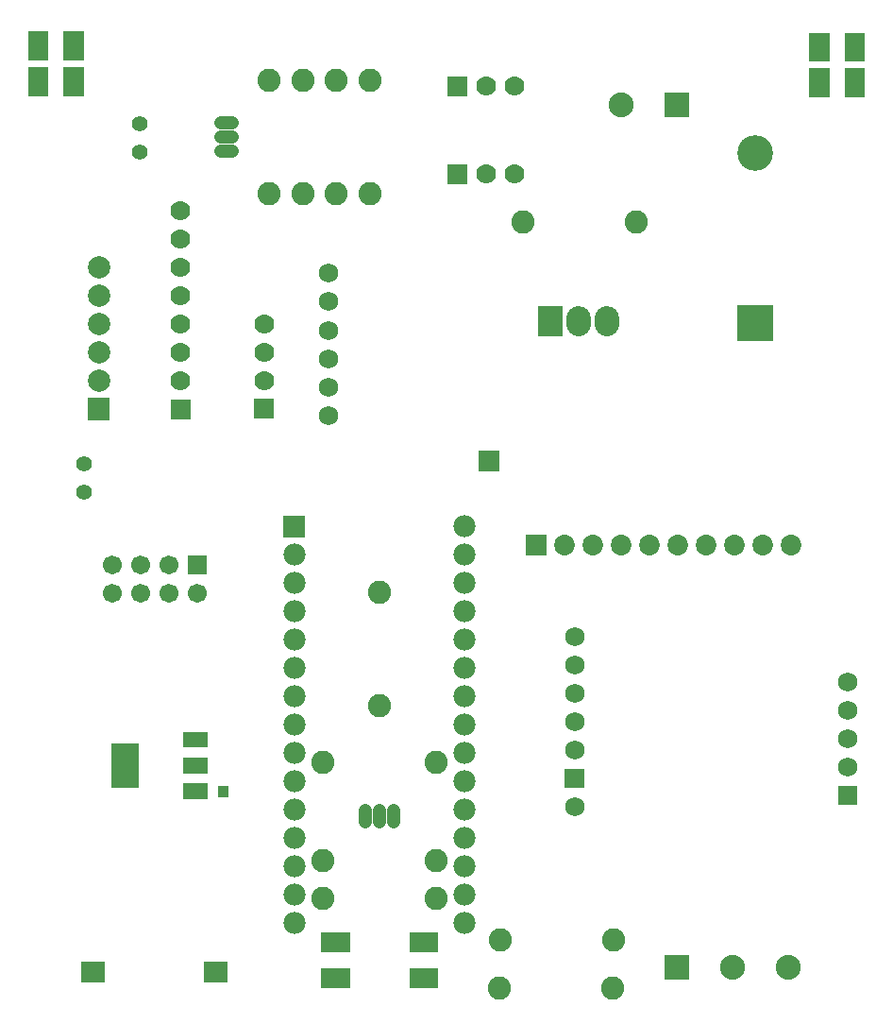
<source format=gbs>
G04 Layer: BottomSolderMaskLayer*
G04 EasyEDA v6.2.46, 2019-12-30T00:29:30+05:30*
G04 ef53065936be4c9b9f598b0f68a09c93,6145028fc9404f35aebdec50a9af1db0,10*
G04 Gerber Generator version 0.2*
G04 Scale: 100 percent, Rotated: No, Reflected: No *
G04 Dimensions in millimeters *
G04 leading zeros omitted , absolute positions ,3 integer and 3 decimal *
%FSLAX33Y33*%
%MOMM*%
G90*
G71D02*

%ADD20C,1.778000*%
%ADD57C,2.203196*%
%ADD58C,1.203198*%
%ADD61C,1.981200*%
%ADD63C,1.854200*%
%ADD64C,1.727200*%
%ADD65C,2.082800*%
%ADD67R,2.235200X2.235200*%
%ADD68C,2.235200*%
%ADD70C,3.203194*%
%ADD72C,1.701800*%
%ADD73C,1.397000*%
%ADD75C,2.003196*%

%LPD*%
G54D57*
G01X53489Y63269D02*
G01X53489Y62769D01*
G01X50949Y63269D02*
G01X50949Y62769D01*
G54D58*
G01X31744Y19156D02*
G01X31744Y18156D01*
G01X33014Y19156D02*
G01X33014Y18156D01*
G01X34284Y19156D02*
G01X34284Y18156D01*
G01X18809Y78259D02*
G01X19809Y78259D01*
G01X18809Y79529D02*
G01X19809Y79529D01*
G01X18809Y80799D02*
G01X19809Y80799D01*
G36*
G01X8971Y21209D02*
G01X8971Y25212D01*
G01X11475Y25212D01*
G01X11475Y21209D01*
G01X8971Y21209D01*
G37*
G36*
G01X15471Y22506D02*
G01X15471Y23911D01*
G01X17675Y23911D01*
G01X17675Y22506D01*
G01X15471Y22506D01*
G37*
G36*
G01X15471Y20208D02*
G01X15471Y21610D01*
G01X17675Y21610D01*
G01X17675Y20208D01*
G01X15471Y20208D01*
G37*
G36*
G01X15471Y24808D02*
G01X15471Y26210D01*
G01X17675Y26210D01*
G01X17675Y24808D01*
G01X15471Y24808D01*
G37*
G36*
G01X27848Y3228D02*
G01X27848Y5031D01*
G01X30452Y5031D01*
G01X30452Y3228D01*
G01X27848Y3228D01*
G37*
G36*
G01X27848Y6428D02*
G01X27848Y8232D01*
G01X30452Y8232D01*
G01X30452Y6428D01*
G01X27848Y6428D01*
G37*
G36*
G01X74808Y86268D02*
G01X74808Y88872D01*
G01X76611Y88872D01*
G01X76611Y86268D01*
G01X74808Y86268D01*
G37*
G36*
G01X71607Y86268D02*
G01X71607Y88872D01*
G01X73411Y88872D01*
G01X73411Y86268D01*
G01X71607Y86268D01*
G37*
G36*
G01X74808Y83131D02*
G01X74808Y85735D01*
G01X76611Y85735D01*
G01X76611Y83131D01*
G01X74808Y83131D01*
G37*
G36*
G01X71607Y83131D02*
G01X71607Y85735D01*
G01X73411Y85735D01*
G01X73411Y83131D01*
G01X71607Y83131D01*
G37*
G36*
G01X1529Y83187D02*
G01X1529Y85791D01*
G01X3332Y85791D01*
G01X3332Y83187D01*
G01X1529Y83187D01*
G37*
G36*
G01X4726Y83187D02*
G01X4726Y85791D01*
G01X6530Y85791D01*
G01X6530Y83187D01*
G01X4726Y83187D01*
G37*
G36*
G01X1529Y86403D02*
G01X1529Y89006D01*
G01X3332Y89006D01*
G01X3332Y86403D01*
G01X1529Y86403D01*
G37*
G36*
G01X4726Y86403D02*
G01X4726Y89006D01*
G01X6530Y89006D01*
G01X6530Y86403D01*
G01X4726Y86403D01*
G37*
G36*
G01X35727Y3228D02*
G01X35727Y5031D01*
G01X38331Y5031D01*
G01X38331Y3228D01*
G01X35727Y3228D01*
G37*
G36*
G01X35727Y6428D02*
G01X35727Y8232D01*
G01X38331Y8232D01*
G01X38331Y6428D01*
G01X35727Y6428D01*
G37*
G36*
G01X24417Y43621D02*
G01X24417Y45603D01*
G01X26398Y45603D01*
G01X26398Y43621D01*
G01X24417Y43621D01*
G37*
G54D61*
G01X25408Y42072D03*
G01X25408Y39532D03*
G01X25408Y36992D03*
G01X25408Y34452D03*
G01X25408Y31912D03*
G01X25408Y29372D03*
G01X25408Y26832D03*
G01X25408Y24292D03*
G01X25408Y21752D03*
G01X25408Y19212D03*
G01X25408Y16672D03*
G01X25408Y14132D03*
G01X25408Y11592D03*
G01X25408Y9052D03*
G01X40648Y44612D03*
G01X40648Y42072D03*
G01X40648Y39532D03*
G01X40648Y36992D03*
G01X40648Y34452D03*
G01X40648Y31912D03*
G01X40648Y29372D03*
G01X40648Y26832D03*
G01X40648Y24292D03*
G01X40648Y21752D03*
G01X40648Y19212D03*
G01X40648Y16672D03*
G01X40648Y14132D03*
G01X40648Y11592D03*
G01X40648Y9052D03*
G36*
G01X46172Y42052D02*
G01X46172Y43906D01*
G01X48026Y43906D01*
G01X48026Y42052D01*
G01X46172Y42052D01*
G37*
G54D63*
G01X49639Y42980D03*
G01X52179Y42980D03*
G01X54719Y42980D03*
G01X57259Y42980D03*
G01X59799Y42980D03*
G01X62339Y42980D03*
G01X64879Y42980D03*
G01X67419Y42980D03*
G01X69959Y42980D03*
G54D64*
G01X28520Y54554D03*
G01X28520Y57094D03*
G01X28520Y59634D03*
G01X28520Y62174D03*
G01X28520Y64841D03*
G01X28520Y67381D03*
G36*
G01X21800Y54262D02*
G01X21800Y56040D01*
G01X23578Y56040D01*
G01X23578Y54262D01*
G01X21800Y54262D01*
G37*
G54D20*
G01X22690Y57690D03*
G01X22690Y60230D03*
G01X22690Y62770D03*
G54D65*
G01X54030Y7528D03*
G01X43870Y7528D03*
G01X43818Y3259D03*
G01X53978Y3259D03*
G36*
G01X14320Y54241D02*
G01X14320Y56019D01*
G01X16098Y56019D01*
G01X16098Y54241D01*
G01X14320Y54241D01*
G37*
G54D20*
G01X15209Y57669D03*
G01X15209Y60209D03*
G01X15209Y62749D03*
G01X15209Y65289D03*
G01X15209Y67829D03*
G01X15209Y70369D03*
G01X15209Y72909D03*
G36*
G01X47307Y61668D02*
G01X47307Y64371D01*
G01X49512Y64371D01*
G01X49512Y61668D01*
G01X47307Y61668D01*
G37*
G54D65*
G01X56048Y71949D03*
G01X45888Y71949D03*
G36*
G01X58590Y81282D02*
G01X58590Y83517D01*
G01X60825Y83517D01*
G01X60825Y81282D01*
G01X58590Y81282D01*
G37*
G54D68*
G01X54729Y82399D03*
G54D67*
G01X59695Y5115D03*
G54D68*
G01X64698Y5115D03*
G01X69702Y5115D03*
G54D20*
G01X45150Y84099D03*
G01X42610Y84099D03*
G36*
G01X39182Y83210D02*
G01X39182Y84988D01*
G01X40960Y84988D01*
G01X40960Y83210D01*
G01X39182Y83210D01*
G37*
G36*
G01X65148Y61257D02*
G01X65148Y64460D01*
G01X68351Y64460D01*
G01X68351Y61257D01*
G01X65148Y61257D01*
G37*
G54D70*
G01X66748Y78099D03*
G36*
G01X15880Y40330D02*
G01X15880Y42031D01*
G01X17581Y42031D01*
G01X17581Y40330D01*
G01X15880Y40330D01*
G37*
G54D72*
G01X14189Y41180D03*
G01X11649Y41180D03*
G01X9109Y41180D03*
G01X9109Y38640D03*
G01X11649Y38640D03*
G01X14189Y38640D03*
G01X16729Y38640D03*
G54D73*
G01X11549Y78179D03*
G01X11549Y80719D03*
G01X6589Y47740D03*
G01X6589Y50280D03*
G36*
G01X74198Y19639D02*
G01X74198Y21366D01*
G01X75925Y21366D01*
G01X75925Y19639D01*
G01X74198Y19639D01*
G37*
G54D64*
G01X75061Y23041D03*
G01X75061Y25581D03*
G01X75061Y28121D03*
G01X75061Y30661D03*
G01X50555Y19491D03*
G36*
G01X49692Y21168D02*
G01X49692Y22895D01*
G01X51419Y22895D01*
G01X51419Y21168D01*
G01X49692Y21168D01*
G37*
G01X50555Y24571D03*
G01X50555Y27111D03*
G01X50555Y29651D03*
G01X50555Y32191D03*
G01X50555Y34731D03*
G54D20*
G01X45148Y76210D03*
G01X42608Y76210D03*
G36*
G01X39179Y75321D02*
G01X39179Y77099D01*
G01X40957Y77099D01*
G01X40957Y75321D01*
G01X39179Y75321D01*
G37*
G54D65*
G01X33014Y28530D03*
G01X33014Y38690D03*
G01X23189Y74449D03*
G01X23189Y84609D03*
G01X26189Y74449D03*
G01X26189Y84609D03*
G01X29189Y74449D03*
G01X29189Y84609D03*
G01X32189Y74449D03*
G01X32189Y84609D03*
G01X27934Y23489D03*
G01X38094Y23489D03*
G01X27934Y14649D03*
G01X38094Y14649D03*
G01X27934Y11329D03*
G01X38094Y11329D03*
G54D75*
G01X7879Y67830D03*
G01X7879Y65290D03*
G01X7879Y62750D03*
G01X7879Y60210D03*
G01X7879Y57670D03*
G36*
G01X6878Y54129D02*
G01X6878Y56131D01*
G01X8879Y56131D01*
G01X8879Y54129D01*
G01X6878Y54129D01*
G37*
G36*
G01X18618Y20388D02*
G01X18618Y21391D01*
G01X19522Y21391D01*
G01X19522Y20388D01*
G01X18618Y20388D01*
G37*
G36*
G01X17307Y3789D02*
G01X17307Y5590D01*
G01X19410Y5590D01*
G01X19410Y3789D01*
G01X17307Y3789D01*
G37*
G36*
G01X6309Y3789D02*
G01X6309Y5590D01*
G01X8412Y5590D01*
G01X8412Y3789D01*
G01X6309Y3789D01*
G37*
G36*
G01X41943Y49563D02*
G01X41943Y51417D01*
G01X43797Y51417D01*
G01X43797Y49563D01*
G01X41943Y49563D01*
G37*
M00*
M02*

</source>
